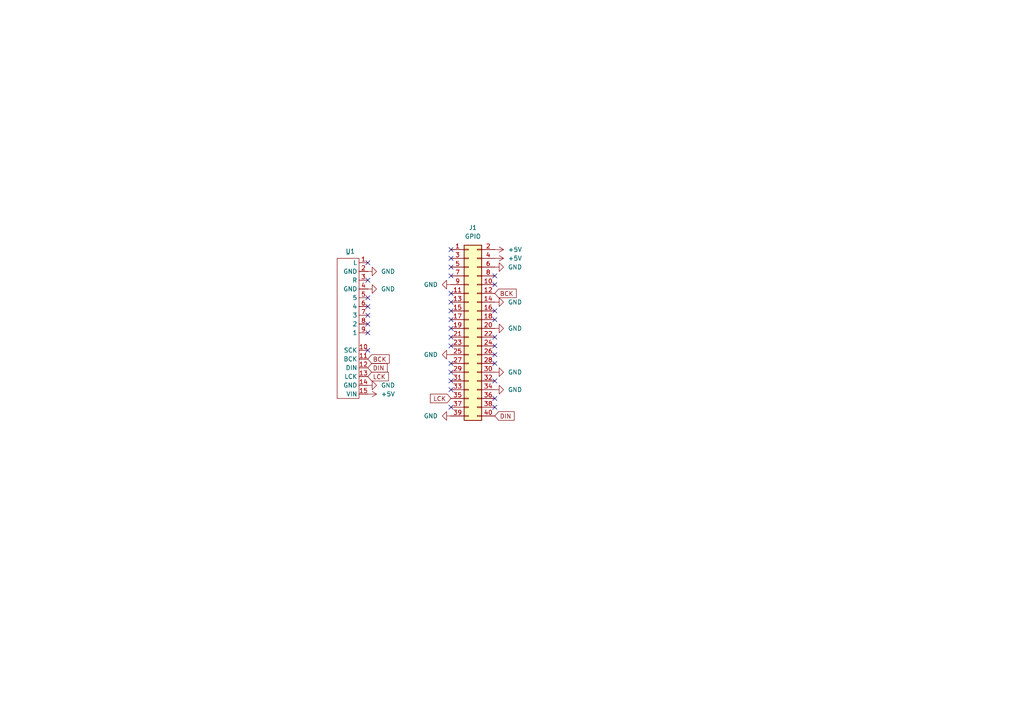
<source format=kicad_sch>
(kicad_sch (version 20250114) (generator "eeschema") (generator_version "9.0")
  (paper "A4")
  (lib_symbols
    (symbol "Connector_Generic:Conn_02x20_Odd_Even" (pin_names (offset 1.016) (hide yes))
      (property "Reference" "J" (at 1.27 25.4 0))
      (property "Value" "Conn_02x20_Odd_Even" (at 1.27 -27.94 0))
      (symbol "Conn_02x20_Odd_Even_1_1"
        (rectangle (start -1.27 24.13) (end 3.81 -26.67) (stroke (width 0.254)) (fill (type background)))
        (rectangle (start -1.27 22.987) (end 0 22.733) (stroke (width 0.1524)))
        (rectangle (start -1.27 20.447) (end 0 20.193) (stroke (width 0.1524)))
        (rectangle (start -1.27 17.907) (end 0 17.653) (stroke (width 0.1524)))
        (rectangle (start -1.27 15.367) (end 0 15.113) (stroke (width 0.1524)))
        (rectangle (start -1.27 12.827) (end 0 12.573) (stroke (width 0.1524)))
        (rectangle (start -1.27 10.287) (end 0 10.033) (stroke (width 0.1524)))
        (rectangle (start -1.27 7.747) (end 0 7.493) (stroke (width 0.1524)))
        (rectangle (start -1.27 5.207) (end 0 4.953) (stroke (width 0.1524)))
        (rectangle (start -1.27 2.667) (end 0 2.413) (stroke (width 0.1524)))
        (rectangle (start -1.27 0.127) (end 0 -0.127) (stroke (width 0.1524)))
        (rectangle (start -1.27 -2.413) (end 0 -2.667) (stroke (width 0.1524)))
        (rectangle (start -1.27 -4.953) (end 0 -5.207) (stroke (width 0.1524)))
        (rectangle (start -1.27 -7.493) (end 0 -7.747) (stroke (width 0.1524)))
        (rectangle (start -1.27 -10.033) (end 0 -10.287) (stroke (width 0.1524)))
        (rectangle (start -1.27 -12.573) (end 0 -12.827) (stroke (width 0.1524)))
        (rectangle (start -1.27 -15.113) (end 0 -15.367) (stroke (width 0.1524)))
        (rectangle (start -1.27 -17.653) (end 0 -17.907) (stroke (width 0.1524)))
        (rectangle (start -1.27 -20.193) (end 0 -20.447) (stroke (width 0.1524)))
        (rectangle (start -1.27 -22.733) (end 0 -22.987) (stroke (width 0.1524)))
        (rectangle (start -1.27 -25.273) (end 0 -25.527) (stroke (width 0.1524)))
        (rectangle (start 3.81 22.987) (end 2.54 22.733) (stroke (width 0.1524)))
        (rectangle (start 3.81 20.447) (end 2.54 20.193) (stroke (width 0.1524)))
        (rectangle (start 3.81 17.907) (end 2.54 17.653) (stroke (width 0.1524)))
        (rectangle (start 3.81 15.367) (end 2.54 15.113) (stroke (width 0.1524)))
        (rectangle (start 3.81 12.827) (end 2.54 12.573) (stroke (width 0.1524)))
        (rectangle (start 3.81 10.287) (end 2.54 10.033) (stroke (width 0.1524)))
        (rectangle (start 3.81 7.747) (end 2.54 7.493) (stroke (width 0.1524)))
        (rectangle (start 3.81 5.207) (end 2.54 4.953) (stroke (width 0.1524)))
        (rectangle (start 3.81 2.667) (end 2.54 2.413) (stroke (width 0.1524)))
        (rectangle (start 3.81 0.127) (end 2.54 -0.127) (stroke (width 0.1524)))
        (rectangle (start 3.81 -2.413) (end 2.54 -2.667) (stroke (width 0.1524)))
        (rectangle (start 3.81 -4.953) (end 2.54 -5.207) (stroke (width 0.1524)))
        (rectangle (start 3.81 -7.493) (end 2.54 -7.747) (stroke (width 0.1524)))
        (rectangle (start 3.81 -10.033) (end 2.54 -10.287) (stroke (width 0.1524)))
        (rectangle (start 3.81 -12.573) (end 2.54 -12.827) (stroke (width 0.1524)))
        (rectangle (start 3.81 -15.113) (end 2.54 -15.367) (stroke (width 0.1524)))
        (rectangle (start 3.81 -17.653) (end 2.54 -17.907) (stroke (width 0.1524)))
        (rectangle (start 3.81 -20.193) (end 2.54 -20.447) (stroke (width 0.1524)))
        (rectangle (start 3.81 -22.733) (end 2.54 -22.987) (stroke (width 0.1524)))
        (rectangle (start 3.81 -25.273) (end 2.54 -25.527) (stroke (width 0.1524)))
        (pin passive line (at -5.08 22.86 0) (length 3.81) (name "Pin_1") (number "1"))
        (pin passive line (at -5.08 20.32 0) (length 3.81) (name "Pin_3") (number "3"))
        (pin passive line (at -5.08 17.78 0) (length 3.81) (name "Pin_5") (number "5"))
        (pin passive line (at -5.08 15.24 0) (length 3.81) (name "Pin_7") (number "7"))
        (pin passive line (at -5.08 12.7 0) (length 3.81) (name "Pin_9") (number "9"))
        (pin passive line (at -5.08 10.16 0) (length 3.81) (name "Pin_11") (number "11"))
        (pin passive line (at -5.08 7.62 0) (length 3.81) (name "Pin_13") (number "13"))
        (pin passive line (at -5.08 5.08 0) (length 3.81) (name "Pin_15") (number "15"))
        (pin passive line (at -5.08 2.54 0) (length 3.81) (name "Pin_17") (number "17"))
        (pin passive line (at -5.08 0 0) (length 3.81) (name "Pin_19") (number "19"))
        (pin passive line (at -5.08 -2.54 0) (length 3.81) (name "Pin_21") (number "21"))
        (pin passive line (at -5.08 -5.08 0) (length 3.81) (name "Pin_23") (number "23"))
        (pin passive line (at -5.08 -7.62 0) (length 3.81) (name "Pin_25") (number "25"))
        (pin passive line (at -5.08 -10.16 0) (length 3.81) (name "Pin_27") (number "27"))
        (pin passive line (at -5.08 -12.7 0) (length 3.81) (name "Pin_29") (number "29"))
        (pin passive line (at -5.08 -15.24 0) (length 3.81) (name "Pin_31") (number "31"))
        (pin passive line (at -5.08 -17.78 0) (length 3.81) (name "Pin_33") (number "33"))
        (pin passive line (at -5.08 -20.32 0) (length 3.81) (name "Pin_35") (number "35"))
        (pin passive line (at -5.08 -22.86 0) (length 3.81) (name "Pin_37") (number "37"))
        (pin passive line (at -5.08 -25.4 0) (length 3.81) (name "Pin_39") (number "39"))
        (pin passive line (at 7.62 22.86 180) (length 3.81) (name "Pin_2") (number "2"))
        (pin passive line (at 7.62 20.32 180) (length 3.81) (name "Pin_4") (number "4"))
        (pin passive line (at 7.62 17.78 180) (length 3.81) (name "Pin_6") (number "6"))
        (pin passive line (at 7.62 15.24 180) (length 3.81) (name "Pin_8") (number "8"))
        (pin passive line (at 7.62 12.7 180) (length 3.81) (name "Pin_10") (number "10"))
        (pin passive line (at 7.62 10.16 180) (length 3.81) (name "Pin_12") (number "12"))
        (pin passive line (at 7.62 7.62 180) (length 3.81) (name "Pin_14") (number "14"))
        (pin passive line (at 7.62 5.08 180) (length 3.81) (name "Pin_16") (number "16"))
        (pin passive line (at 7.62 2.54 180) (length 3.81) (name "Pin_18") (number "18"))
        (pin passive line (at 7.62 0 180) (length 3.81) (name "Pin_20") (number "20"))
        (pin passive line (at 7.62 -2.54 180) (length 3.81) (name "Pin_22") (number "22"))
        (pin passive line (at 7.62 -5.08 180) (length 3.81) (name "Pin_24") (number "24"))
        (pin passive line (at 7.62 -7.62 180) (length 3.81) (name "Pin_26") (number "26"))
        (pin passive line (at 7.62 -10.16 180) (length 3.81) (name "Pin_28") (number "28"))
        (pin passive line (at 7.62 -12.7 180) (length 3.81) (name "Pin_30") (number "30"))
        (pin passive line (at 7.62 -15.24 180) (length 3.81) (name "Pin_32") (number "32"))
        (pin passive line (at 7.62 -17.78 180) (length 3.81) (name "Pin_34") (number "34"))
        (pin passive line (at 7.62 -20.32 180) (length 3.81) (name "Pin_36") (number "36"))
        (pin passive line (at 7.62 -22.86 180) (length 3.81) (name "Pin_38") (number "38"))
        (pin passive line (at 7.62 -25.4 180) (length 3.81) (name "Pin_40") (number "40"))
      )
    )
    (symbol "pcm5102:pcm5102_module"
      (property "Reference" "U" (at -0.508 20.32 0))
      (symbol "pcm5102_module_0_1"
        (rectangle (start -3.81 19.05) (end 2.54 -21.59))
      )
      (symbol "pcm5102_module_1_1"
        (pin bidirectional line (at 5.08 17.78 180) (length 2.54) (name "L") (number "1"))
        (pin power_in line (at 5.08 15.24 180) (length 2.54) (name "GND") (number "2"))
        (pin bidirectional line (at 5.08 12.7 180) (length 2.54) (name "R") (number "3"))
        (pin power_in line (at 5.08 10.16 180) (length 2.54) (name "GND") (number "4"))
        (pin bidirectional line (at 5.08 7.62 180) (length 2.54) (name "5") (number "5"))
        (pin bidirectional line (at 5.08 5.08 180) (length 2.54) (name "4") (number "6"))
        (pin bidirectional line (at 5.08 2.54 180) (length 2.54) (name "3") (number "7"))
        (pin bidirectional line (at 5.08 0 180) (length 2.54) (name "2") (number "8"))
        (pin bidirectional line (at 5.08 -2.54 180) (length 2.54) (name "1") (number "9"))
        (pin bidirectional line (at 5.08 -7.62 180) (length 2.54) (name "SCK") (number "10"))
        (pin bidirectional line (at 5.08 -10.16 180) (length 2.54) (name "BCK") (number "11"))
        (pin bidirectional line (at 5.08 -12.7 180) (length 2.54) (name "DIN") (number "12"))
        (pin bidirectional line (at 5.08 -15.24 180) (length 2.54) (name "LCK") (number "13"))
        (pin power_in line (at 5.08 -17.78 180) (length 2.54) (name "GND") (number "14"))
        (pin power_in line (at 5.08 -20.32 180) (length 2.54) (name "VIN") (number "15"))
      )
    )
    (symbol "power:+5V" (power) (pin_numbers (hide yes)) (pin_names (offset 0) (hide yes))
      (property "Value" "+5V" (at 0 3.556 0))
      (symbol "+5V_0_1"
        (polyline (pts (xy -0.762 1.27) (xy 0 2.54)))
        (polyline (pts (xy 0 2.54) (xy 0.762 1.27)))
        (polyline (pts (xy 0 0) (xy 0 2.54)))
      )
      (symbol "+5V_1_1"
        (pin power_in line (at 0 0 90) (length 0) (name "~") (number "1"))
      )
    )
    (symbol "power:GND" (power) (pin_numbers (hide yes)) (pin_names (offset 0) (hide yes))
      (property "Value" "GND" (at 0 -3.81 0))
      (symbol "GND_0_1"
        (polyline (pts (xy 0 0) (xy 0 -1.27) (xy 1.27 -1.27) (xy 0 -2.54) (xy -1.27 -1.27) (xy 0 -1.27)))
      )
      (symbol "GND_1_1"
        (pin power_in line (at 0 0 270) (length 0) (name "~") (number "1"))
      )
    )
  )
  (no_connect (at 143.51 102.87))
  (no_connect (at 106.68 96.52))
  (no_connect (at 143.51 100.33))
  (no_connect (at 130.81 113.03))
  (no_connect (at 130.81 100.33))
  (no_connect (at 143.51 105.41))
  (no_connect (at 106.68 88.9))
  (no_connect (at 130.81 87.63))
  (no_connect (at 130.81 118.11))
  (no_connect (at 143.51 80.01))
  (no_connect (at 130.81 80.01))
  (no_connect (at 143.51 82.55))
  (no_connect (at 143.51 92.71))
  (no_connect (at 130.81 92.71))
  (no_connect (at 130.81 97.79))
  (no_connect (at 143.51 97.79))
  (no_connect (at 130.81 85.09))
  (no_connect (at 130.81 107.95))
  (no_connect (at 106.68 93.98))
  (no_connect (at 130.81 77.47))
  (no_connect (at 106.68 101.6))
  (no_connect (at 106.68 86.36))
  (no_connect (at 106.68 91.44))
  (no_connect (at 130.81 72.39))
  (no_connect (at 130.81 95.25))
  (no_connect (at 130.81 90.17))
  (no_connect (at 130.81 110.49))
  (no_connect (at 143.51 110.49))
  (no_connect (at 106.68 76.2))
  (no_connect (at 143.51 115.57))
  (no_connect (at 106.68 81.28))
  (no_connect (at 143.51 90.17))
  (no_connect (at 130.81 105.41))
  (no_connect (at 130.81 74.93))
  (no_connect (at 143.51 118.11))
  (global_label "BCK" (shape input) (at 143.51 85.09 0) (property "Intersheetrefs" "${INTERSHEET_REFS}" (effects (hide yes))))
  (global_label "DIN" (shape input) (at 143.51 120.65 0) (property "Intersheetrefs" "${INTERSHEET_REFS}" (effects (hide yes))))
  (global_label "DIN" (shape input) (at 106.68 106.68 0) (property "Intersheetrefs" "${INTERSHEET_REFS}" (effects (hide yes))))
  (global_label "LCK" (shape input) (at 106.68 109.22 0) (property "Intersheetrefs" "${INTERSHEET_REFS}" (effects (hide yes))))
  (global_label "LCK" (shape input) (at 130.81 115.57 180) (property "Intersheetrefs" "${INTERSHEET_REFS}" (effects (hide yes))))
  (global_label "BCK" (shape input) (at 106.68 104.14 0) (property "Intersheetrefs" "${INTERSHEET_REFS}" (effects (hide yes))))
  (symbol (lib_id "power:GND") (at 143.51 113.03 90) (unit 1)
    (property "Reference" "#PWR010" (effects (hide yes)))
    (property "Value" "GND" (at 147.32 113.0299 90) (effects (justify right)))
    (property "Description" "Power symbol creates a global label with name \"GND\" , ground" (effects (hide yes)))
  )
  (symbol (lib_id "power:GND") (at 143.51 77.47 90) (unit 1)
    (property "Reference" "#PWR05" (effects (hide yes)))
    (property "Value" "GND" (at 147.32 77.4699 90) (effects (justify right)))
    (property "Description" "Power symbol creates a global label with name \"GND\" , ground" (effects (hide yes)))
  )
  (symbol (lib_id "Connector_Generic:Conn_02x20_Odd_Even") (at 135.89 95.25 0) (unit 1)
    (property "Reference" "J1" (at 137.16 66.04 0))
    (property "Value" "GPIO" (at 137.16 68.58 0))
    (property "Footprint" "Connector_PinSocket_2.54mm:PinSocket_2x20_P2.54mm_Horizontal" (effects (hide yes)))
    (property "Description" "Generic connector, double row, 02x20, odd/even pin numbering scheme (row 1 odd numbers, row 2 even numbers), script generated (kicad-library-utils/schlib/autogen/connector/)" (effects (hide yes)))
  )
  (symbol (lib_id "power:GND") (at 130.81 82.55 270) (unit 1)
    (property "Reference" "#PWR06" (effects (hide yes)))
    (property "Value" "GND" (at 127 82.5499 90) (effects (justify right)))
    (property "Description" "Power symbol creates a global label with name \"GND\" , ground" (effects (hide yes)))
  )
  (symbol (lib_id "power:GND") (at 143.51 95.25 90) (unit 1)
    (property "Reference" "#PWR08" (effects (hide yes)))
    (property "Value" "GND" (at 147.32 95.2499 90) (effects (justify right)))
    (property "Description" "Power symbol creates a global label with name \"GND\" , ground" (effects (hide yes)))
  )
  (symbol (lib_id "power:+5V") (at 143.51 74.93 270) (unit 1)
    (property "Reference" "#PWR014" (effects (hide yes)))
    (property "Value" "+5V" (at 147.32 74.9299 90) (effects (justify left)))
    (property "Description" "Power symbol creates a global label with name \"+5V\"" (effects (hide yes)))
  )
  (symbol (lib_id "power:GND") (at 106.68 83.82 90) (unit 1)
    (property "Reference" "#PWR01" (effects (hide yes)))
    (property "Value" "GND" (at 110.49 83.8199 90) (effects (justify right)))
    (property "Description" "Power symbol creates a global label with name \"GND\" , ground" (effects (hide yes)))
  )
  (symbol (lib_id "power:GND") (at 143.51 87.63 90) (unit 1)
    (property "Reference" "#PWR07" (effects (hide yes)))
    (property "Value" "GND" (at 147.32 87.6299 90) (effects (justify right)))
    (property "Description" "Power symbol creates a global label with name \"GND\" , ground" (effects (hide yes)))
  )
  (symbol (lib_id "pcm5102:pcm5102_module") (at 101.6 93.98 0) (unit 1)
    (property "Reference" "U1" (at 101.6 72.898 0))
    (property "Value" "~" (at 100.965 73.66 0))
    (property "Footprint" "pcm5102:pcm5102_module" (effects (hide yes)))
  )
  (symbol (lib_id "power:GND") (at 106.68 78.74 90) (unit 1)
    (property "Reference" "#PWR02" (effects (hide yes)))
    (property "Value" "GND" (at 110.49 78.7399 90) (effects (justify right)))
    (property "Description" "Power symbol creates a global label with name \"GND\" , ground" (effects (hide yes)))
  )
  (symbol (lib_id "power:+5V") (at 143.51 72.39 270) (unit 1)
    (property "Reference" "#PWR013" (effects (hide yes)))
    (property "Value" "+5V" (at 147.32 72.3899 90) (effects (justify left)))
    (property "Description" "Power symbol creates a global label with name \"+5V\"" (effects (hide yes)))
  )
  (symbol (lib_id "power:GND") (at 106.68 111.76 90) (unit 1)
    (property "Reference" "#PWR03" (effects (hide yes)))
    (property "Value" "GND" (at 110.49 111.7599 90) (effects (justify right)))
    (property "Description" "Power symbol creates a global label with name \"GND\" , ground" (effects (hide yes)))
  )
  (symbol (lib_id "power:GND") (at 130.81 102.87 270) (unit 1)
    (property "Reference" "#PWR011" (effects (hide yes)))
    (property "Value" "GND" (at 127 102.8699 90) (effects (justify right)))
    (property "Description" "Power symbol creates a global label with name \"GND\" , ground" (effects (hide yes)))
  )
  (symbol (lib_id "power:GND") (at 143.51 107.95 90) (unit 1)
    (property "Reference" "#PWR09" (effects (hide yes)))
    (property "Value" "GND" (at 147.32 107.9499 90) (effects (justify right)))
    (property "Description" "Power symbol creates a global label with name \"GND\" , ground" (effects (hide yes)))
  )
  (symbol (lib_id "power:GND") (at 130.81 120.65 270) (unit 1)
    (property "Reference" "#PWR012" (effects (hide yes)))
    (property "Value" "GND" (at 127 120.6499 90) (effects (justify right)))
    (property "Description" "Power symbol creates a global label with name \"GND\" , ground" (effects (hide yes)))
  )
  (symbol (lib_id "power:+5V") (at 106.68 114.3 270) (unit 1)
    (property "Reference" "#PWR04" (effects (hide yes)))
    (property "Value" "+5V" (at 110.49 114.2999 90) (effects (justify left)))
    (property "Description" "Power symbol creates a global label with name \"+5V\"" (effects (hide yes)))
  )
)
</source>
